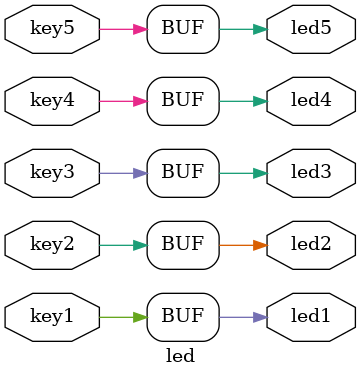
<source format=v>
module led(
input key1,
input key2,
input key3,
input key4,
input key5,
output led1,
output led2,
output led3,
output led4,
output led5
    );
	 
	 assign led1=key1;
	 assign led2=key2;
	 assign led3=key3;
	 assign led4=key4;
	 assign led5=key5;


endmodule
</source>
